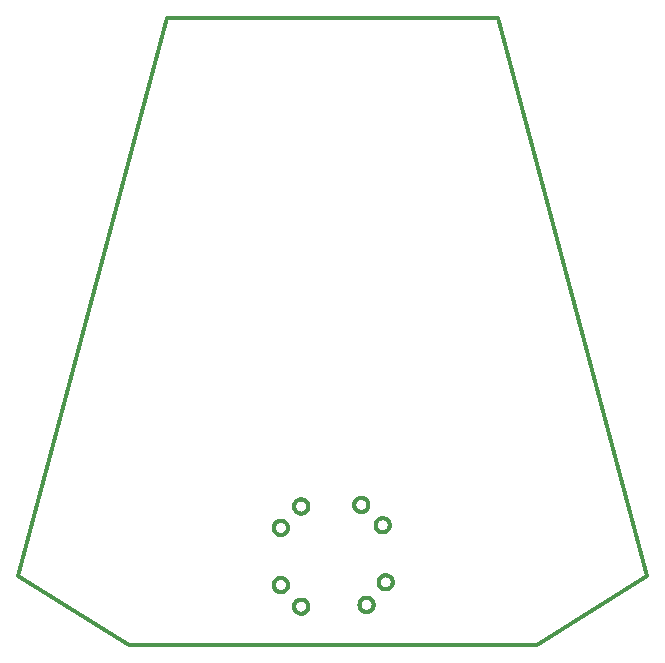
<source format=gbr>
%TF.GenerationSoftware,KiCad,Pcbnew,(6.0.6)*%
%TF.CreationDate,2022-07-10T10:04:06+09:00*%
%TF.ProjectId,nowt_promicro_plate_C,6e6f7774-5f70-4726-9f6d-6963726f5f70,rev?*%
%TF.SameCoordinates,Original*%
%TF.FileFunction,Profile,NP*%
%FSLAX46Y46*%
G04 Gerber Fmt 4.6, Leading zero omitted, Abs format (unit mm)*
G04 Created by KiCad (PCBNEW (6.0.6)) date 2022-07-10 10:04:06*
%MOMM*%
%LPD*%
G01*
G04 APERTURE LIST*
%TA.AperFunction,Profile*%
%ADD10C,0.349999*%
%TD*%
G04 APERTURE END LIST*
D10*
X46110529Y-61985703D02*
X46110529Y-61985703D01*
X46110529Y-61985703D02*
X46110529Y-61985703D01*
X46109748Y-62016579D02*
X46110529Y-61985703D01*
X46107431Y-62047049D02*
X46109748Y-62016579D01*
X46103616Y-62077076D02*
X46107431Y-62047049D01*
X46098339Y-62106623D02*
X46103616Y-62077076D01*
X46091639Y-62135651D02*
X46098339Y-62106623D01*
X46083554Y-62164123D02*
X46091639Y-62135651D01*
X46074121Y-62192002D02*
X46083554Y-62164123D01*
X46063378Y-62219249D02*
X46074121Y-62192002D01*
X46051363Y-62245826D02*
X46063378Y-62219249D01*
X46038113Y-62271697D02*
X46051363Y-62245826D01*
X46023665Y-62296823D02*
X46038113Y-62271697D01*
X46008059Y-62321167D02*
X46023665Y-62296823D01*
X45991331Y-62344691D02*
X46008059Y-62321167D01*
X45973519Y-62367357D02*
X45991331Y-62344691D01*
X45954661Y-62389128D02*
X45973519Y-62367357D01*
X45934794Y-62409965D02*
X45954661Y-62389128D01*
X45913956Y-62429832D02*
X45934794Y-62409965D01*
X45892186Y-62448690D02*
X45913956Y-62429832D01*
X45869520Y-62466502D02*
X45892186Y-62448690D01*
X45845996Y-62483231D02*
X45869520Y-62466502D01*
X45821652Y-62498837D02*
X45845996Y-62483231D01*
X45796526Y-62513285D02*
X45821652Y-62498837D01*
X45770655Y-62526535D02*
X45796526Y-62513285D01*
X45744077Y-62538550D02*
X45770655Y-62526535D01*
X45716831Y-62549294D02*
X45744077Y-62538550D01*
X45688952Y-62558727D02*
X45716831Y-62549294D01*
X45660480Y-62566812D02*
X45688952Y-62558727D01*
X45631451Y-62573512D02*
X45660480Y-62566812D01*
X45601905Y-62578788D02*
X45631451Y-62573512D01*
X45571877Y-62582604D02*
X45601905Y-62578788D01*
X45541406Y-62584921D02*
X45571877Y-62582604D01*
X45510530Y-62585702D02*
X45541406Y-62584921D01*
X45510530Y-62585702D02*
X45510530Y-62585702D01*
X45479654Y-62584921D02*
X45510530Y-62585702D01*
X45449184Y-62582604D02*
X45479654Y-62584921D01*
X45419156Y-62578788D02*
X45449184Y-62582604D01*
X45389609Y-62573512D02*
X45419156Y-62578788D01*
X45360581Y-62566812D02*
X45389609Y-62573512D01*
X45332109Y-62558727D02*
X45360581Y-62566812D01*
X45304230Y-62549294D02*
X45332109Y-62558727D01*
X45276983Y-62538550D02*
X45304230Y-62549294D01*
X45250406Y-62526535D02*
X45276983Y-62538550D01*
X45224535Y-62513285D02*
X45250406Y-62526535D01*
X45199409Y-62498837D02*
X45224535Y-62513285D01*
X45175065Y-62483231D02*
X45199409Y-62498837D01*
X45151541Y-62466502D02*
X45175065Y-62483231D01*
X45128875Y-62448690D02*
X45151541Y-62466502D01*
X45107104Y-62429832D02*
X45128875Y-62448690D01*
X45086267Y-62409965D02*
X45107104Y-62429832D01*
X45066400Y-62389128D02*
X45086267Y-62409965D01*
X45047542Y-62367357D02*
X45066400Y-62389128D01*
X45029730Y-62344691D02*
X45047542Y-62367357D01*
X45013002Y-62321167D02*
X45029730Y-62344691D01*
X44997395Y-62296823D02*
X45013002Y-62321167D01*
X44982948Y-62271697D02*
X44997395Y-62296823D01*
X44969698Y-62245826D02*
X44982948Y-62271697D01*
X44957683Y-62219249D02*
X44969698Y-62245826D01*
X44946940Y-62192002D02*
X44957683Y-62219249D01*
X44937507Y-62164123D02*
X44946940Y-62192002D01*
X44929421Y-62135651D02*
X44937507Y-62164123D01*
X44922722Y-62106623D02*
X44929421Y-62135651D01*
X44917445Y-62077076D02*
X44922722Y-62106623D01*
X44913630Y-62047049D02*
X44917445Y-62077076D01*
X44911313Y-62016579D02*
X44913630Y-62047049D01*
X44910532Y-61985703D02*
X44911313Y-62016579D01*
X44910532Y-61985703D02*
X44910532Y-61985703D01*
X44911313Y-61954828D02*
X44910532Y-61985703D01*
X44913630Y-61924357D02*
X44911313Y-61954828D01*
X44917445Y-61894330D02*
X44913630Y-61924357D01*
X44922722Y-61864783D02*
X44917445Y-61894330D01*
X44929421Y-61835755D02*
X44922722Y-61864783D01*
X44937507Y-61807283D02*
X44929421Y-61835755D01*
X44946940Y-61779405D02*
X44937507Y-61807283D01*
X44957683Y-61752158D02*
X44946940Y-61779405D01*
X44969698Y-61725580D02*
X44957683Y-61752158D01*
X44982948Y-61699709D02*
X44969698Y-61725580D01*
X44997395Y-61674583D02*
X44982948Y-61699709D01*
X45013002Y-61650239D02*
X44997395Y-61674583D01*
X45029730Y-61626716D02*
X45013002Y-61650239D01*
X45047542Y-61604049D02*
X45029730Y-61626716D01*
X45066400Y-61582279D02*
X45047542Y-61604049D01*
X45086267Y-61561441D02*
X45066400Y-61582279D01*
X45107104Y-61541574D02*
X45086267Y-61561441D01*
X45128875Y-61522716D02*
X45107104Y-61541574D01*
X45151541Y-61504904D02*
X45128875Y-61522716D01*
X45175065Y-61488176D02*
X45151541Y-61504904D01*
X45199409Y-61472569D02*
X45175065Y-61488176D01*
X45224535Y-61458122D02*
X45199409Y-61472569D01*
X45250406Y-61444871D02*
X45224535Y-61458122D01*
X45276983Y-61432856D02*
X45250406Y-61444871D01*
X45304230Y-61422113D02*
X45276983Y-61432856D01*
X45332109Y-61412680D02*
X45304230Y-61422113D01*
X45360581Y-61404594D02*
X45332109Y-61412680D01*
X45389609Y-61397895D02*
X45360581Y-61404594D01*
X45419156Y-61392618D02*
X45389609Y-61397895D01*
X45449184Y-61388802D02*
X45419156Y-61392618D01*
X45479654Y-61386485D02*
X45449184Y-61388802D01*
X45510530Y-61385705D02*
X45479654Y-61386485D01*
X45510530Y-61385705D02*
X45510530Y-61385705D01*
X45541406Y-61386485D02*
X45510530Y-61385705D01*
X45571877Y-61388802D02*
X45541406Y-61386485D01*
X45601905Y-61392618D02*
X45571877Y-61388802D01*
X45631451Y-61397895D02*
X45601905Y-61392618D01*
X45660480Y-61404594D02*
X45631451Y-61397895D01*
X45688952Y-61412680D02*
X45660480Y-61404594D01*
X45716831Y-61422113D02*
X45688952Y-61412680D01*
X45744077Y-61432856D02*
X45716831Y-61422113D01*
X45770655Y-61444871D02*
X45744077Y-61432856D01*
X45796526Y-61458122D02*
X45770655Y-61444871D01*
X45821652Y-61472569D02*
X45796526Y-61458122D01*
X45845996Y-61488176D02*
X45821652Y-61472569D01*
X45869520Y-61504904D02*
X45845996Y-61488176D01*
X45892186Y-61522716D02*
X45869520Y-61504904D01*
X45913956Y-61541574D02*
X45892186Y-61522716D01*
X45934794Y-61561441D02*
X45913956Y-61541574D01*
X45954661Y-61582279D02*
X45934794Y-61561441D01*
X45973519Y-61604049D02*
X45954661Y-61582279D01*
X45991331Y-61626716D02*
X45973519Y-61604049D01*
X46008059Y-61650239D02*
X45991331Y-61626716D01*
X46023665Y-61674583D02*
X46008059Y-61650239D01*
X46038113Y-61699709D02*
X46023665Y-61674583D01*
X46051363Y-61725580D02*
X46038113Y-61699709D01*
X46063378Y-61752158D02*
X46051363Y-61725580D01*
X46074121Y-61779405D02*
X46063378Y-61752158D01*
X46083554Y-61807283D02*
X46074121Y-61779405D01*
X46091639Y-61835755D02*
X46083554Y-61807283D01*
X46098339Y-61864783D02*
X46091639Y-61835755D01*
X46103616Y-61894330D02*
X46098339Y-61864783D01*
X46107431Y-61924357D02*
X46103616Y-61894330D01*
X46109748Y-61954828D02*
X46107431Y-61924357D01*
X46110529Y-61985703D02*
X46109748Y-61954828D01*
X44042898Y-55428986D02*
X44042898Y-55428986D01*
X44042898Y-55428986D02*
X44042898Y-55428986D01*
X44042117Y-55459862D02*
X44042898Y-55428986D01*
X44039800Y-55490332D02*
X44042117Y-55459862D01*
X44035985Y-55520359D02*
X44039800Y-55490332D01*
X44030708Y-55549906D02*
X44035985Y-55520359D01*
X44024009Y-55578934D02*
X44030708Y-55549906D01*
X44015923Y-55607406D02*
X44024009Y-55578934D01*
X44006491Y-55635285D02*
X44015923Y-55607406D01*
X43995747Y-55662532D02*
X44006491Y-55635285D01*
X43983732Y-55689109D02*
X43995747Y-55662532D01*
X43970482Y-55714980D02*
X43983732Y-55689109D01*
X43956035Y-55740106D02*
X43970482Y-55714980D01*
X43940428Y-55764450D02*
X43956035Y-55740106D01*
X43923700Y-55787974D02*
X43940428Y-55764450D01*
X43905888Y-55810640D02*
X43923700Y-55787974D01*
X43887030Y-55832411D02*
X43905888Y-55810640D01*
X43867163Y-55853248D02*
X43887030Y-55832411D01*
X43846326Y-55873115D02*
X43867163Y-55853248D01*
X43824555Y-55891973D02*
X43846326Y-55873115D01*
X43801889Y-55909786D02*
X43824555Y-55891973D01*
X43778365Y-55926514D02*
X43801889Y-55909786D01*
X43754021Y-55942120D02*
X43778365Y-55926514D01*
X43728895Y-55956568D02*
X43754021Y-55942120D01*
X43703024Y-55969818D02*
X43728895Y-55956568D01*
X43676447Y-55981833D02*
X43703024Y-55969818D01*
X43649200Y-55992577D02*
X43676447Y-55981833D01*
X43621321Y-56002010D02*
X43649200Y-55992577D01*
X43592849Y-56010095D02*
X43621321Y-56002010D01*
X43563821Y-56016795D02*
X43592849Y-56010095D01*
X43534274Y-56022071D02*
X43563821Y-56016795D01*
X43504246Y-56025887D02*
X43534274Y-56022071D01*
X43473776Y-56028204D02*
X43504246Y-56025887D01*
X43442900Y-56028985D02*
X43473776Y-56028204D01*
X43442900Y-56028985D02*
X43442900Y-56028985D01*
X43412024Y-56028204D02*
X43442900Y-56028985D01*
X43381553Y-56025887D02*
X43412024Y-56028204D01*
X43351525Y-56022071D02*
X43381553Y-56025887D01*
X43321979Y-56016795D02*
X43351525Y-56022071D01*
X43292950Y-56010095D02*
X43321979Y-56016795D01*
X43264478Y-56002010D02*
X43292950Y-56010095D01*
X43236599Y-55992577D02*
X43264478Y-56002010D01*
X43209352Y-55981833D02*
X43236599Y-55992577D01*
X43182775Y-55969818D02*
X43209352Y-55981833D01*
X43156904Y-55956568D02*
X43182775Y-55969818D01*
X43131778Y-55942120D02*
X43156904Y-55956568D01*
X43107434Y-55926514D02*
X43131778Y-55942120D01*
X43083910Y-55909786D02*
X43107434Y-55926514D01*
X43061244Y-55891973D02*
X43083910Y-55909786D01*
X43039473Y-55873115D02*
X43061244Y-55891973D01*
X43018635Y-55853248D02*
X43039473Y-55873115D01*
X42998768Y-55832411D02*
X43018635Y-55853248D01*
X42979910Y-55810640D02*
X42998768Y-55832411D01*
X42962098Y-55787974D02*
X42979910Y-55810640D01*
X42945370Y-55764450D02*
X42962098Y-55787974D01*
X42929763Y-55740106D02*
X42945370Y-55764450D01*
X42915316Y-55714980D02*
X42929763Y-55740106D01*
X42902066Y-55689109D02*
X42915316Y-55714980D01*
X42890050Y-55662532D02*
X42902066Y-55689109D01*
X42879307Y-55635285D02*
X42890050Y-55662532D01*
X42869874Y-55607406D02*
X42879307Y-55635285D01*
X42861789Y-55578934D02*
X42869874Y-55607406D01*
X42855089Y-55549906D02*
X42861789Y-55578934D01*
X42849813Y-55520359D02*
X42855089Y-55549906D01*
X42845997Y-55490332D02*
X42849813Y-55520359D01*
X42843680Y-55459862D02*
X42845997Y-55490332D01*
X42842899Y-55428986D02*
X42843680Y-55459862D01*
X42842899Y-55428986D02*
X42842899Y-55428986D01*
X42843680Y-55398111D02*
X42842899Y-55428986D01*
X42845997Y-55367640D02*
X42843680Y-55398111D01*
X42849813Y-55337613D02*
X42845997Y-55367640D01*
X42855089Y-55308066D02*
X42849813Y-55337613D01*
X42861789Y-55279038D02*
X42855089Y-55308066D01*
X42869874Y-55250566D02*
X42861789Y-55279038D01*
X42879307Y-55222688D02*
X42869874Y-55250566D01*
X42890050Y-55195441D02*
X42879307Y-55222688D01*
X42902066Y-55168863D02*
X42890050Y-55195441D01*
X42915316Y-55142992D02*
X42902066Y-55168863D01*
X42929763Y-55117866D02*
X42915316Y-55142992D01*
X42945370Y-55093522D02*
X42929763Y-55117866D01*
X42962098Y-55069999D02*
X42945370Y-55093522D01*
X42979910Y-55047333D02*
X42962098Y-55069999D01*
X42998768Y-55025562D02*
X42979910Y-55047333D01*
X43018635Y-55004724D02*
X42998768Y-55025562D01*
X43039473Y-54984857D02*
X43018635Y-55004724D01*
X43061244Y-54965999D02*
X43039473Y-54984857D01*
X43083910Y-54948187D02*
X43061244Y-54965999D01*
X43107434Y-54931459D02*
X43083910Y-54948187D01*
X43131778Y-54915852D02*
X43107434Y-54931459D01*
X43156904Y-54901405D02*
X43131778Y-54915852D01*
X43182775Y-54888155D02*
X43156904Y-54901405D01*
X43209352Y-54876139D02*
X43182775Y-54888155D01*
X43236599Y-54865396D02*
X43209352Y-54876139D01*
X43264478Y-54855963D02*
X43236599Y-54865396D01*
X43292950Y-54847877D02*
X43264478Y-54855963D01*
X43321979Y-54841178D02*
X43292950Y-54847877D01*
X43351525Y-54835901D02*
X43321979Y-54841178D01*
X43381553Y-54832085D02*
X43351525Y-54835901D01*
X43412024Y-54829768D02*
X43381553Y-54832085D01*
X43442900Y-54828988D02*
X43412024Y-54829768D01*
X43442900Y-54828988D02*
X43442900Y-54828988D01*
X43473776Y-54829768D02*
X43442900Y-54828988D01*
X43504246Y-54832085D02*
X43473776Y-54829768D01*
X43534274Y-54835901D02*
X43504246Y-54832085D01*
X43563821Y-54841178D02*
X43534274Y-54835901D01*
X43592849Y-54847877D02*
X43563821Y-54841178D01*
X43621321Y-54855963D02*
X43592849Y-54847877D01*
X43649200Y-54865396D02*
X43621321Y-54855963D01*
X43676447Y-54876139D02*
X43649200Y-54865396D01*
X43703024Y-54888155D02*
X43676447Y-54876139D01*
X43728895Y-54901405D02*
X43703024Y-54888155D01*
X43754021Y-54915852D02*
X43728895Y-54901405D01*
X43778365Y-54931459D02*
X43754021Y-54915852D01*
X43801889Y-54948187D02*
X43778365Y-54931459D01*
X43824555Y-54965999D02*
X43801889Y-54948187D01*
X43846326Y-54984857D02*
X43824555Y-54965999D01*
X43867163Y-55004724D02*
X43846326Y-54984857D01*
X43887030Y-55025562D02*
X43867163Y-55004724D01*
X43905888Y-55047333D02*
X43887030Y-55025562D01*
X43923700Y-55069999D02*
X43905888Y-55047333D01*
X43940428Y-55093522D02*
X43923700Y-55069999D01*
X43956035Y-55117866D02*
X43940428Y-55093522D01*
X43970482Y-55142992D02*
X43956035Y-55117866D01*
X43983732Y-55168863D02*
X43970482Y-55142992D01*
X43995747Y-55195441D02*
X43983732Y-55168863D01*
X44006491Y-55222688D02*
X43995747Y-55195441D01*
X44015923Y-55250566D02*
X44006491Y-55222688D01*
X44024009Y-55279038D02*
X44015923Y-55250566D01*
X44030708Y-55308066D02*
X44024009Y-55279038D01*
X44035985Y-55337613D02*
X44030708Y-55308066D01*
X44039800Y-55367640D02*
X44035985Y-55337613D01*
X44042117Y-55398111D02*
X44039800Y-55367640D01*
X44042898Y-55428986D02*
X44042117Y-55398111D01*
X44489979Y-63889329D02*
X44489979Y-63889329D01*
X44489979Y-63889329D02*
X44489979Y-63889329D01*
X44489198Y-63920204D02*
X44489979Y-63889329D01*
X44486881Y-63950675D02*
X44489198Y-63920204D01*
X44483065Y-63980702D02*
X44486881Y-63950675D01*
X44477789Y-64010249D02*
X44483065Y-63980702D01*
X44471089Y-64039277D02*
X44477789Y-64010249D01*
X44463004Y-64067749D02*
X44471089Y-64039277D01*
X44453571Y-64095627D02*
X44463004Y-64067749D01*
X44442828Y-64122874D02*
X44453571Y-64095627D01*
X44430812Y-64149452D02*
X44442828Y-64122874D01*
X44417562Y-64175322D02*
X44430812Y-64149452D01*
X44403115Y-64200449D02*
X44417562Y-64175322D01*
X44387508Y-64224792D02*
X44403115Y-64200449D01*
X44370780Y-64248316D02*
X44387508Y-64224792D01*
X44352968Y-64270982D02*
X44370780Y-64248316D01*
X44334110Y-64292753D02*
X44352968Y-64270982D01*
X44314243Y-64313591D02*
X44334110Y-64292753D01*
X44293405Y-64333457D02*
X44314243Y-64313591D01*
X44271634Y-64352316D02*
X44293405Y-64333457D01*
X44248968Y-64370128D02*
X44271634Y-64352316D01*
X44225444Y-64386856D02*
X44248968Y-64370128D01*
X44201100Y-64402463D02*
X44225444Y-64386856D01*
X44175974Y-64416910D02*
X44201100Y-64402463D01*
X44150103Y-64430160D02*
X44175974Y-64416910D01*
X44123526Y-64442176D02*
X44150103Y-64430160D01*
X44096279Y-64452919D02*
X44123526Y-64442176D01*
X44068400Y-64462352D02*
X44096279Y-64452919D01*
X44039928Y-64470437D02*
X44068400Y-64462352D01*
X44010899Y-64477137D02*
X44039928Y-64470437D01*
X43981353Y-64482414D02*
X44010899Y-64477137D01*
X43951325Y-64486229D02*
X43981353Y-64482414D01*
X43920854Y-64488546D02*
X43951325Y-64486229D01*
X43889978Y-64489327D02*
X43920854Y-64488546D01*
X43889978Y-64489327D02*
X43889978Y-64489327D01*
X43859102Y-64488546D02*
X43889978Y-64489327D01*
X43828632Y-64486229D02*
X43859102Y-64488546D01*
X43798604Y-64482414D02*
X43828632Y-64486229D01*
X43769057Y-64477137D02*
X43798604Y-64482414D01*
X43740029Y-64470437D02*
X43769057Y-64477137D01*
X43711557Y-64462352D02*
X43740029Y-64470437D01*
X43683678Y-64452919D02*
X43711557Y-64462352D01*
X43656431Y-64442176D02*
X43683678Y-64452919D01*
X43629853Y-64430160D02*
X43656431Y-64442176D01*
X43603982Y-64416910D02*
X43629853Y-64430160D01*
X43578856Y-64402463D02*
X43603982Y-64416910D01*
X43554512Y-64386856D02*
X43578856Y-64402463D01*
X43530988Y-64370128D02*
X43554512Y-64386856D01*
X43508322Y-64352316D02*
X43530988Y-64370128D01*
X43486552Y-64333457D02*
X43508322Y-64352316D01*
X43465714Y-64313591D02*
X43486552Y-64333457D01*
X43445847Y-64292753D02*
X43465714Y-64313591D01*
X43426989Y-64270982D02*
X43445847Y-64292753D01*
X43409177Y-64248316D02*
X43426989Y-64270982D01*
X43392449Y-64224792D02*
X43409177Y-64248316D01*
X43376842Y-64200449D02*
X43392449Y-64224792D01*
X43362395Y-64175322D02*
X43376842Y-64200449D01*
X43349144Y-64149452D02*
X43362395Y-64175322D01*
X43337129Y-64122874D02*
X43349144Y-64149452D01*
X43326386Y-64095627D02*
X43337129Y-64122874D01*
X43316953Y-64067749D02*
X43326386Y-64095627D01*
X43308868Y-64039277D02*
X43316953Y-64067749D01*
X43302168Y-64010249D02*
X43308868Y-64039277D01*
X43296891Y-63980702D02*
X43302168Y-64010249D01*
X43293076Y-63950675D02*
X43296891Y-63980702D01*
X43290759Y-63920204D02*
X43293076Y-63950675D01*
X43289978Y-63889329D02*
X43290759Y-63920204D01*
X43289978Y-63889329D02*
X43289978Y-63889329D01*
X43290759Y-63858453D02*
X43289978Y-63889329D01*
X43293076Y-63827983D02*
X43290759Y-63858453D01*
X43296891Y-63797955D02*
X43293076Y-63827983D01*
X43302168Y-63768409D02*
X43296891Y-63797955D01*
X43308868Y-63739380D02*
X43302168Y-63768409D01*
X43316953Y-63710908D02*
X43308868Y-63739380D01*
X43326386Y-63683030D02*
X43316953Y-63710908D01*
X43337129Y-63655783D02*
X43326386Y-63683030D01*
X43349144Y-63629206D02*
X43337129Y-63655783D01*
X43362395Y-63603335D02*
X43349144Y-63629206D01*
X43376842Y-63578209D02*
X43362395Y-63603335D01*
X43392449Y-63553865D02*
X43376842Y-63578209D01*
X43409177Y-63530341D02*
X43392449Y-63553865D01*
X43426989Y-63507675D02*
X43409177Y-63530341D01*
X43445847Y-63485904D02*
X43426989Y-63507675D01*
X43465714Y-63465067D02*
X43445847Y-63485904D01*
X43486552Y-63445200D02*
X43465714Y-63465067D01*
X43508322Y-63426341D02*
X43486552Y-63445200D01*
X43530988Y-63408529D02*
X43508322Y-63426341D01*
X43554512Y-63391801D02*
X43530988Y-63408529D01*
X43578856Y-63376195D02*
X43554512Y-63391801D01*
X43603982Y-63361747D02*
X43578856Y-63376195D01*
X43629853Y-63348497D02*
X43603982Y-63361747D01*
X43656431Y-63336481D02*
X43629853Y-63348497D01*
X43683678Y-63325738D02*
X43656431Y-63336481D01*
X43711557Y-63316305D02*
X43683678Y-63325738D01*
X43740029Y-63308220D02*
X43711557Y-63316305D01*
X43769057Y-63301520D02*
X43740029Y-63308220D01*
X43798604Y-63296244D02*
X43769057Y-63301520D01*
X43828632Y-63292428D02*
X43798604Y-63296244D01*
X43859102Y-63290111D02*
X43828632Y-63292428D01*
X43889978Y-63289330D02*
X43859102Y-63290111D01*
X43889978Y-63289330D02*
X43889978Y-63289330D01*
X43920854Y-63290111D02*
X43889978Y-63289330D01*
X43951325Y-63292428D02*
X43920854Y-63290111D01*
X43981353Y-63296244D02*
X43951325Y-63292428D01*
X44010899Y-63301520D02*
X43981353Y-63296244D01*
X44039928Y-63308220D02*
X44010899Y-63301520D01*
X44068400Y-63316305D02*
X44039928Y-63308220D01*
X44096279Y-63325738D02*
X44068400Y-63316305D01*
X44123526Y-63336481D02*
X44096279Y-63325738D01*
X44150103Y-63348497D02*
X44123526Y-63336481D01*
X44175974Y-63361747D02*
X44150103Y-63348497D01*
X44201100Y-63376195D02*
X44175974Y-63361747D01*
X44225444Y-63391801D02*
X44201100Y-63376195D01*
X44248968Y-63408529D02*
X44225444Y-63391801D01*
X44271634Y-63426341D02*
X44248968Y-63408529D01*
X44293405Y-63445200D02*
X44271634Y-63426341D01*
X44314243Y-63465067D02*
X44293405Y-63445200D01*
X44334110Y-63485904D02*
X44314243Y-63465067D01*
X44352968Y-63507675D02*
X44334110Y-63485904D01*
X44370780Y-63530341D02*
X44352968Y-63507675D01*
X44387508Y-63553865D02*
X44370780Y-63530341D01*
X44403115Y-63578209D02*
X44387508Y-63553865D01*
X44417562Y-63603335D02*
X44403115Y-63578209D01*
X44430812Y-63629206D02*
X44417562Y-63603335D01*
X44442828Y-63655783D02*
X44430812Y-63629206D01*
X44453571Y-63683030D02*
X44442828Y-63655783D01*
X44463004Y-63710908D02*
X44453571Y-63683030D01*
X44471089Y-63739380D02*
X44463004Y-63710908D01*
X44477789Y-63768409D02*
X44471089Y-63739380D01*
X44483065Y-63797955D02*
X44477789Y-63768409D01*
X44486881Y-63827983D02*
X44483065Y-63797955D01*
X44489198Y-63858453D02*
X44486881Y-63827983D01*
X44489979Y-63889329D02*
X44489198Y-63858453D01*
X45855059Y-57151215D02*
X45855059Y-57151215D01*
X45855059Y-57151215D02*
X45855059Y-57151215D01*
X45854278Y-57182091D02*
X45855059Y-57151215D01*
X45851961Y-57212561D02*
X45854278Y-57182091D01*
X45848145Y-57242588D02*
X45851961Y-57212561D01*
X45842869Y-57272135D02*
X45848145Y-57242588D01*
X45836169Y-57301163D02*
X45842869Y-57272135D01*
X45828084Y-57329635D02*
X45836169Y-57301163D01*
X45818651Y-57357514D02*
X45828084Y-57329635D01*
X45807907Y-57384761D02*
X45818651Y-57357514D01*
X45795892Y-57411338D02*
X45807907Y-57384761D01*
X45782641Y-57437209D02*
X45795892Y-57411338D01*
X45768194Y-57462335D02*
X45782641Y-57437209D01*
X45752587Y-57486679D02*
X45768194Y-57462335D01*
X45735859Y-57510203D02*
X45752587Y-57486679D01*
X45718047Y-57532869D02*
X45735859Y-57510203D01*
X45699189Y-57554640D02*
X45718047Y-57532869D01*
X45679322Y-57575477D02*
X45699189Y-57554640D01*
X45658484Y-57595344D02*
X45679322Y-57575477D01*
X45636713Y-57614202D02*
X45658484Y-57595344D01*
X45614047Y-57632015D02*
X45636713Y-57614202D01*
X45590523Y-57648743D02*
X45614047Y-57632015D01*
X45566179Y-57664349D02*
X45590523Y-57648743D01*
X45541053Y-57678797D02*
X45566179Y-57664349D01*
X45515182Y-57692047D02*
X45541053Y-57678797D01*
X45488604Y-57704062D02*
X45515182Y-57692047D01*
X45461357Y-57714806D02*
X45488604Y-57704062D01*
X45433478Y-57724239D02*
X45461357Y-57714806D01*
X45405006Y-57732324D02*
X45433478Y-57724239D01*
X45375977Y-57739024D02*
X45405006Y-57732324D01*
X45346431Y-57744300D02*
X45375977Y-57739024D01*
X45316403Y-57748116D02*
X45346431Y-57744300D01*
X45285932Y-57750433D02*
X45316403Y-57748116D01*
X45255056Y-57751214D02*
X45285932Y-57750433D01*
X45255056Y-57751214D02*
X45255056Y-57751214D01*
X45224181Y-57750433D02*
X45255056Y-57751214D01*
X45193710Y-57748116D02*
X45224181Y-57750433D01*
X45163683Y-57744300D02*
X45193710Y-57748116D01*
X45134136Y-57739024D02*
X45163683Y-57744300D01*
X45105108Y-57732324D02*
X45134136Y-57739024D01*
X45076635Y-57724239D02*
X45105108Y-57732324D01*
X45048757Y-57714806D02*
X45076635Y-57724239D01*
X45021510Y-57704062D02*
X45048757Y-57714806D01*
X44994932Y-57692047D02*
X45021510Y-57704062D01*
X44969062Y-57678797D02*
X44994932Y-57692047D01*
X44943936Y-57664349D02*
X44969062Y-57678797D01*
X44919592Y-57648743D02*
X44943936Y-57664349D01*
X44896068Y-57632015D02*
X44919592Y-57648743D01*
X44873402Y-57614202D02*
X44896068Y-57632015D01*
X44851631Y-57595344D02*
X44873402Y-57614202D01*
X44830794Y-57575477D02*
X44851631Y-57595344D01*
X44810927Y-57554640D02*
X44830794Y-57575477D01*
X44792069Y-57532869D02*
X44810927Y-57554640D01*
X44774256Y-57510203D02*
X44792069Y-57532869D01*
X44757528Y-57486679D02*
X44774256Y-57510203D01*
X44741922Y-57462335D02*
X44757528Y-57486679D01*
X44727475Y-57437209D02*
X44741922Y-57462335D01*
X44714224Y-57411338D02*
X44727475Y-57437209D01*
X44702209Y-57384761D02*
X44714224Y-57411338D01*
X44691466Y-57357514D02*
X44702209Y-57384761D01*
X44682033Y-57329635D02*
X44691466Y-57357514D01*
X44673947Y-57301163D02*
X44682033Y-57329635D01*
X44667248Y-57272135D02*
X44673947Y-57301163D01*
X44661971Y-57242588D02*
X44667248Y-57272135D01*
X44658156Y-57212561D02*
X44661971Y-57242588D01*
X44655839Y-57182091D02*
X44658156Y-57212561D01*
X44655058Y-57151215D02*
X44655839Y-57182091D01*
X44655058Y-57151215D02*
X44655058Y-57151215D01*
X44655839Y-57120340D02*
X44655058Y-57151215D01*
X44658156Y-57089869D02*
X44655839Y-57120340D01*
X44661971Y-57059842D02*
X44658156Y-57089869D01*
X44667248Y-57030295D02*
X44661971Y-57059842D01*
X44673947Y-57001267D02*
X44667248Y-57030295D01*
X44682033Y-56972795D02*
X44673947Y-57001267D01*
X44691466Y-56944917D02*
X44682033Y-56972795D01*
X44702209Y-56917670D02*
X44691466Y-56944917D01*
X44714224Y-56891092D02*
X44702209Y-56917670D01*
X44727475Y-56865221D02*
X44714224Y-56891092D01*
X44741922Y-56840095D02*
X44727475Y-56865221D01*
X44757528Y-56815751D02*
X44741922Y-56840095D01*
X44774256Y-56792228D02*
X44757528Y-56815751D01*
X44792069Y-56769562D02*
X44774256Y-56792228D01*
X44810927Y-56747791D02*
X44792069Y-56769562D01*
X44830794Y-56726953D02*
X44810927Y-56747791D01*
X44851631Y-56707086D02*
X44830794Y-56726953D01*
X44873402Y-56688228D02*
X44851631Y-56707086D01*
X44896068Y-56670416D02*
X44873402Y-56688228D01*
X44919592Y-56653688D02*
X44896068Y-56670416D01*
X44943936Y-56638081D02*
X44919592Y-56653688D01*
X44969062Y-56623634D02*
X44943936Y-56638081D01*
X44994932Y-56610384D02*
X44969062Y-56623634D01*
X45021510Y-56598368D02*
X44994932Y-56610384D01*
X45048757Y-56587625D02*
X45021510Y-56598368D01*
X45076635Y-56578192D02*
X45048757Y-56587625D01*
X45105108Y-56570106D02*
X45076635Y-56578192D01*
X45134136Y-56563407D02*
X45105108Y-56570106D01*
X45163683Y-56558130D02*
X45134136Y-56563407D01*
X45193710Y-56554315D02*
X45163683Y-56558130D01*
X45224181Y-56551997D02*
X45193710Y-56554315D01*
X45255056Y-56551217D02*
X45224181Y-56551997D01*
X45255056Y-56551217D02*
X45255056Y-56551217D01*
X45285932Y-56551997D02*
X45255056Y-56551217D01*
X45316403Y-56554315D02*
X45285932Y-56551997D01*
X45346431Y-56558130D02*
X45316403Y-56554315D01*
X45375977Y-56563407D02*
X45346431Y-56558130D01*
X45405006Y-56570106D02*
X45375977Y-56563407D01*
X45433478Y-56578192D02*
X45405006Y-56570106D01*
X45461357Y-56587625D02*
X45433478Y-56578192D01*
X45488604Y-56598368D02*
X45461357Y-56587625D01*
X45515182Y-56610384D02*
X45488604Y-56598368D01*
X45541053Y-56623634D02*
X45515182Y-56610384D01*
X45566179Y-56638081D02*
X45541053Y-56623634D01*
X45590523Y-56653688D02*
X45566179Y-56638081D01*
X45614047Y-56670416D02*
X45590523Y-56653688D01*
X45636713Y-56688228D02*
X45614047Y-56670416D01*
X45658484Y-56707086D02*
X45636713Y-56688228D01*
X45679322Y-56726953D02*
X45658484Y-56707086D01*
X45699189Y-56747791D02*
X45679322Y-56726953D01*
X45718047Y-56769562D02*
X45699189Y-56747791D01*
X45735859Y-56792228D02*
X45718047Y-56769562D01*
X45752587Y-56815751D02*
X45735859Y-56792228D01*
X45768194Y-56840095D02*
X45752587Y-56815751D01*
X45782641Y-56865221D02*
X45768194Y-56840095D01*
X45795892Y-56891092D02*
X45782641Y-56865221D01*
X45807907Y-56917670D02*
X45795892Y-56891092D01*
X45818651Y-56944917D02*
X45807907Y-56917670D01*
X45828084Y-56972795D02*
X45818651Y-56944917D01*
X45836169Y-57001267D02*
X45828084Y-56972795D01*
X45842869Y-57030295D02*
X45836169Y-57001267D01*
X45848145Y-57059842D02*
X45842869Y-57030295D01*
X45851961Y-57089869D02*
X45848145Y-57059842D01*
X45854278Y-57120340D02*
X45851961Y-57089869D01*
X45855059Y-57151215D02*
X45854278Y-57120340D01*
X38957640Y-64035409D02*
X38957640Y-64035409D01*
X38957640Y-64035409D02*
X38957640Y-64035409D01*
X38956859Y-64066284D02*
X38957640Y-64035409D01*
X38954542Y-64096755D02*
X38956859Y-64066284D01*
X38950726Y-64126782D02*
X38954542Y-64096755D01*
X38945450Y-64156329D02*
X38950726Y-64126782D01*
X38938750Y-64185357D02*
X38945450Y-64156329D01*
X38930665Y-64213829D02*
X38938750Y-64185357D01*
X38921232Y-64241707D02*
X38930665Y-64213829D01*
X38910489Y-64268954D02*
X38921232Y-64241707D01*
X38898473Y-64295532D02*
X38910489Y-64268954D01*
X38885223Y-64321402D02*
X38898473Y-64295532D01*
X38870776Y-64346529D02*
X38885223Y-64321402D01*
X38855169Y-64370872D02*
X38870776Y-64346529D01*
X38838441Y-64394396D02*
X38855169Y-64370872D01*
X38820629Y-64417062D02*
X38838441Y-64394396D01*
X38801771Y-64438833D02*
X38820629Y-64417062D01*
X38781904Y-64459671D02*
X38801771Y-64438833D01*
X38761066Y-64479538D02*
X38781904Y-64459671D01*
X38739295Y-64498396D02*
X38761066Y-64479538D01*
X38716629Y-64516208D02*
X38739295Y-64498396D01*
X38693105Y-64532936D02*
X38716629Y-64516208D01*
X38668761Y-64548543D02*
X38693105Y-64532936D01*
X38643635Y-64562990D02*
X38668761Y-64548543D01*
X38617764Y-64576240D02*
X38643635Y-64562990D01*
X38591187Y-64588256D02*
X38617764Y-64576240D01*
X38563940Y-64598999D02*
X38591187Y-64588256D01*
X38536061Y-64608432D02*
X38563940Y-64598999D01*
X38507589Y-64616517D02*
X38536061Y-64608432D01*
X38478560Y-64623217D02*
X38507589Y-64616517D01*
X38449013Y-64628494D02*
X38478560Y-64623217D01*
X38418986Y-64632309D02*
X38449013Y-64628494D01*
X38388515Y-64634626D02*
X38418986Y-64632309D01*
X38357639Y-64635407D02*
X38388515Y-64634626D01*
X38357639Y-64635407D02*
X38357639Y-64635407D01*
X38326763Y-64634626D02*
X38357639Y-64635407D01*
X38296293Y-64632309D02*
X38326763Y-64634626D01*
X38266266Y-64628494D02*
X38296293Y-64632309D01*
X38236719Y-64623217D02*
X38266266Y-64628494D01*
X38207690Y-64616517D02*
X38236719Y-64623217D01*
X38179218Y-64608432D02*
X38207690Y-64616517D01*
X38151340Y-64598999D02*
X38179218Y-64608432D01*
X38124093Y-64588256D02*
X38151340Y-64598999D01*
X38097515Y-64576240D02*
X38124093Y-64588256D01*
X38071644Y-64562990D02*
X38097515Y-64576240D01*
X38046518Y-64548543D02*
X38071644Y-64562990D01*
X38022174Y-64532936D02*
X38046518Y-64548543D01*
X37998650Y-64516208D02*
X38022174Y-64532936D01*
X37975984Y-64498396D02*
X37998650Y-64516208D01*
X37954213Y-64479538D02*
X37975984Y-64498396D01*
X37933376Y-64459671D02*
X37954213Y-64479538D01*
X37913509Y-64438833D02*
X37933376Y-64459671D01*
X37894650Y-64417062D02*
X37913509Y-64438833D01*
X37876838Y-64394396D02*
X37894650Y-64417062D01*
X37860110Y-64370872D02*
X37876838Y-64394396D01*
X37844503Y-64346529D02*
X37860110Y-64370872D01*
X37830056Y-64321402D02*
X37844503Y-64346529D01*
X37816806Y-64295532D02*
X37830056Y-64321402D01*
X37804790Y-64268954D02*
X37816806Y-64295532D01*
X37794047Y-64241707D02*
X37804790Y-64268954D01*
X37784614Y-64213829D02*
X37794047Y-64241707D01*
X37776529Y-64185357D02*
X37784614Y-64213829D01*
X37769829Y-64156329D02*
X37776529Y-64185357D01*
X37764552Y-64126782D02*
X37769829Y-64156329D01*
X37760737Y-64096755D02*
X37764552Y-64126782D01*
X37758420Y-64066284D02*
X37760737Y-64096755D01*
X37757639Y-64035409D02*
X37758420Y-64066284D01*
X37757639Y-64035409D02*
X37757639Y-64035409D01*
X37758420Y-64004533D02*
X37757639Y-64035409D01*
X37760737Y-63974063D02*
X37758420Y-64004533D01*
X37764552Y-63944035D02*
X37760737Y-63974063D01*
X37769829Y-63914489D02*
X37764552Y-63944035D01*
X37776529Y-63885461D02*
X37769829Y-63914489D01*
X37784614Y-63856988D02*
X37776529Y-63885461D01*
X37794047Y-63829110D02*
X37784614Y-63856988D01*
X37804790Y-63801863D02*
X37794047Y-63829110D01*
X37816806Y-63775286D02*
X37804790Y-63801863D01*
X37830056Y-63749415D02*
X37816806Y-63775286D01*
X37844503Y-63724289D02*
X37830056Y-63749415D01*
X37860110Y-63699945D02*
X37844503Y-63724289D01*
X37876838Y-63676421D02*
X37860110Y-63699945D01*
X37894650Y-63653755D02*
X37876838Y-63676421D01*
X37913509Y-63631984D02*
X37894650Y-63653755D01*
X37933376Y-63611147D02*
X37913509Y-63631984D01*
X37954213Y-63591280D02*
X37933376Y-63611147D01*
X37975984Y-63572421D02*
X37954213Y-63591280D01*
X37998650Y-63554609D02*
X37975984Y-63572421D01*
X38022174Y-63537881D02*
X37998650Y-63554609D01*
X38046518Y-63522275D02*
X38022174Y-63537881D01*
X38071644Y-63507827D02*
X38046518Y-63522275D01*
X38097515Y-63494577D02*
X38071644Y-63507827D01*
X38124093Y-63482561D02*
X38097515Y-63494577D01*
X38151340Y-63471818D02*
X38124093Y-63482561D01*
X38179218Y-63462385D02*
X38151340Y-63471818D01*
X38207690Y-63454300D02*
X38179218Y-63462385D01*
X38236719Y-63447600D02*
X38207690Y-63454300D01*
X38266266Y-63442324D02*
X38236719Y-63447600D01*
X38296293Y-63438508D02*
X38266266Y-63442324D01*
X38326763Y-63436191D02*
X38296293Y-63438508D01*
X38357639Y-63435410D02*
X38326763Y-63436191D01*
X38357639Y-63435410D02*
X38357639Y-63435410D01*
X38388515Y-63436191D02*
X38357639Y-63435410D01*
X38418986Y-63438508D02*
X38388515Y-63436191D01*
X38449013Y-63442324D02*
X38418986Y-63438508D01*
X38478560Y-63447600D02*
X38449013Y-63442324D01*
X38507589Y-63454300D02*
X38478560Y-63447600D01*
X38536061Y-63462385D02*
X38507589Y-63454300D01*
X38563940Y-63471818D02*
X38536061Y-63462385D01*
X38591187Y-63482561D02*
X38563940Y-63471818D01*
X38617764Y-63494577D02*
X38591187Y-63482561D01*
X38643635Y-63507827D02*
X38617764Y-63494577D01*
X38668761Y-63522275D02*
X38643635Y-63507827D01*
X38693105Y-63537881D02*
X38668761Y-63522275D01*
X38716629Y-63554609D02*
X38693105Y-63537881D01*
X38739295Y-63572421D02*
X38716629Y-63554609D01*
X38761066Y-63591280D02*
X38739295Y-63572421D01*
X38781904Y-63611147D02*
X38761066Y-63591280D01*
X38801771Y-63631984D02*
X38781904Y-63611147D01*
X38820629Y-63653755D02*
X38801771Y-63631984D01*
X38838441Y-63676421D02*
X38820629Y-63653755D01*
X38855169Y-63699945D02*
X38838441Y-63676421D01*
X38870776Y-63724289D02*
X38855169Y-63699945D01*
X38885223Y-63749415D02*
X38870776Y-63724289D01*
X38898473Y-63775286D02*
X38885223Y-63749415D01*
X38910489Y-63801863D02*
X38898473Y-63775286D01*
X38921232Y-63829110D02*
X38910489Y-63801863D01*
X38930665Y-63856988D02*
X38921232Y-63829110D01*
X38938750Y-63885461D02*
X38930665Y-63856988D01*
X38945450Y-63914489D02*
X38938750Y-63885461D01*
X38950726Y-63944035D02*
X38945450Y-63914489D01*
X38954542Y-63974063D02*
X38950726Y-63944035D01*
X38956859Y-64004533D02*
X38954542Y-63974063D01*
X38957640Y-64035409D02*
X38956859Y-64004533D01*
X37238890Y-62219948D02*
X37238890Y-62219948D01*
X37238890Y-62219948D02*
X37238890Y-62219948D01*
X37238109Y-62250824D02*
X37238890Y-62219948D01*
X37235792Y-62281294D02*
X37238109Y-62250824D01*
X37231976Y-62311322D02*
X37235792Y-62281294D01*
X37226700Y-62340868D02*
X37231976Y-62311322D01*
X37220000Y-62369897D02*
X37226700Y-62340868D01*
X37211915Y-62398369D02*
X37220000Y-62369897D01*
X37202482Y-62426247D02*
X37211915Y-62398369D01*
X37191739Y-62453494D02*
X37202482Y-62426247D01*
X37179723Y-62480071D02*
X37191739Y-62453494D01*
X37166473Y-62505942D02*
X37179723Y-62480071D01*
X37152026Y-62531068D02*
X37166473Y-62505942D01*
X37136419Y-62555412D02*
X37152026Y-62531068D01*
X37119691Y-62578936D02*
X37136419Y-62555412D01*
X37101879Y-62601602D02*
X37119691Y-62578936D01*
X37083021Y-62623373D02*
X37101879Y-62601602D01*
X37063154Y-62644210D02*
X37083021Y-62623373D01*
X37042316Y-62664077D02*
X37063154Y-62644210D01*
X37020545Y-62682936D02*
X37042316Y-62664077D01*
X36997879Y-62700748D02*
X37020545Y-62682936D01*
X36974355Y-62717476D02*
X36997879Y-62700748D01*
X36950011Y-62733083D02*
X36974355Y-62717476D01*
X36924885Y-62747530D02*
X36950011Y-62733083D01*
X36899014Y-62760780D02*
X36924885Y-62747530D01*
X36872437Y-62772796D02*
X36899014Y-62760780D01*
X36845190Y-62783539D02*
X36872437Y-62772796D01*
X36817311Y-62792972D02*
X36845190Y-62783539D01*
X36788839Y-62801057D02*
X36817311Y-62792972D01*
X36759810Y-62807757D02*
X36788839Y-62801057D01*
X36730263Y-62813034D02*
X36759810Y-62807757D01*
X36700236Y-62816849D02*
X36730263Y-62813034D01*
X36669765Y-62819166D02*
X36700236Y-62816849D01*
X36638889Y-62819947D02*
X36669765Y-62819166D01*
X36638889Y-62819947D02*
X36638889Y-62819947D01*
X36608013Y-62819166D02*
X36638889Y-62819947D01*
X36577543Y-62816849D02*
X36608013Y-62819166D01*
X36547516Y-62813034D02*
X36577543Y-62816849D01*
X36517969Y-62807757D02*
X36547516Y-62813034D01*
X36488940Y-62801057D02*
X36517969Y-62807757D01*
X36460468Y-62792972D02*
X36488940Y-62801057D01*
X36432590Y-62783539D02*
X36460468Y-62792972D01*
X36405343Y-62772796D02*
X36432590Y-62783539D01*
X36378765Y-62760780D02*
X36405343Y-62772796D01*
X36352894Y-62747530D02*
X36378765Y-62760780D01*
X36327768Y-62733083D02*
X36352894Y-62747530D01*
X36303424Y-62717476D02*
X36327768Y-62733083D01*
X36279900Y-62700748D02*
X36303424Y-62717476D01*
X36257234Y-62682936D02*
X36279900Y-62700748D01*
X36235463Y-62664077D02*
X36257234Y-62682936D01*
X36214626Y-62644210D02*
X36235463Y-62664077D01*
X36194759Y-62623373D02*
X36214626Y-62644210D01*
X36175900Y-62601602D02*
X36194759Y-62623373D01*
X36158088Y-62578936D02*
X36175900Y-62601602D01*
X36141360Y-62555412D02*
X36158088Y-62578936D01*
X36125753Y-62531068D02*
X36141360Y-62555412D01*
X36111306Y-62505942D02*
X36125753Y-62531068D01*
X36098056Y-62480071D02*
X36111306Y-62505942D01*
X36086040Y-62453494D02*
X36098056Y-62480071D01*
X36075297Y-62426247D02*
X36086040Y-62453494D01*
X36065864Y-62398369D02*
X36075297Y-62426247D01*
X36057779Y-62369897D02*
X36065864Y-62398369D01*
X36051079Y-62340868D02*
X36057779Y-62369897D01*
X36045802Y-62311322D02*
X36051079Y-62340868D01*
X36041987Y-62281294D02*
X36045802Y-62311322D01*
X36039670Y-62250824D02*
X36041987Y-62281294D01*
X36038889Y-62219948D02*
X36039670Y-62250824D01*
X36038889Y-62219948D02*
X36038889Y-62219948D01*
X36039670Y-62189073D02*
X36038889Y-62219948D01*
X36041987Y-62158602D02*
X36039670Y-62189073D01*
X36045802Y-62128575D02*
X36041987Y-62158602D01*
X36051079Y-62099029D02*
X36045802Y-62128575D01*
X36057779Y-62070000D02*
X36051079Y-62099029D01*
X36065864Y-62041528D02*
X36057779Y-62070000D01*
X36075297Y-62013650D02*
X36065864Y-62041528D01*
X36086040Y-61986403D02*
X36075297Y-62013650D01*
X36098056Y-61959825D02*
X36086040Y-61986403D01*
X36111306Y-61933955D02*
X36098056Y-61959825D01*
X36125753Y-61908829D02*
X36111306Y-61933955D01*
X36141360Y-61884485D02*
X36125753Y-61908829D01*
X36158088Y-61860961D02*
X36141360Y-61884485D01*
X36175900Y-61838295D02*
X36158088Y-61860961D01*
X36194759Y-61816524D02*
X36175900Y-61838295D01*
X36214626Y-61795686D02*
X36194759Y-61816524D01*
X36235463Y-61775820D02*
X36214626Y-61795686D01*
X36257234Y-61756961D02*
X36235463Y-61775820D01*
X36279900Y-61739149D02*
X36257234Y-61756961D01*
X36303424Y-61722421D02*
X36279900Y-61739149D01*
X36327768Y-61706814D02*
X36303424Y-61722421D01*
X36352894Y-61692367D02*
X36327768Y-61706814D01*
X36378765Y-61679117D02*
X36352894Y-61692367D01*
X36405343Y-61667101D02*
X36378765Y-61679117D01*
X36432590Y-61656358D02*
X36405343Y-61667101D01*
X36460468Y-61646925D02*
X36432590Y-61656358D01*
X36488940Y-61638840D02*
X36460468Y-61646925D01*
X36517969Y-61632140D02*
X36488940Y-61638840D01*
X36547516Y-61626863D02*
X36517969Y-61632140D01*
X36577543Y-61623048D02*
X36547516Y-61626863D01*
X36608013Y-61620731D02*
X36577543Y-61623048D01*
X36638889Y-61619950D02*
X36608013Y-61620731D01*
X36638889Y-61619950D02*
X36638889Y-61619950D01*
X36669765Y-61620731D02*
X36638889Y-61619950D01*
X36700236Y-61623048D02*
X36669765Y-61620731D01*
X36730263Y-61626863D02*
X36700236Y-61623048D01*
X36759810Y-61632140D02*
X36730263Y-61626863D01*
X36788839Y-61638840D02*
X36759810Y-61632140D01*
X36817311Y-61646925D02*
X36788839Y-61638840D01*
X36845190Y-61656358D02*
X36817311Y-61646925D01*
X36872437Y-61667101D02*
X36845190Y-61656358D01*
X36899014Y-61679117D02*
X36872437Y-61667101D01*
X36924885Y-61692367D02*
X36899014Y-61679117D01*
X36950011Y-61706814D02*
X36924885Y-61692367D01*
X36974355Y-61722421D02*
X36950011Y-61706814D01*
X36997879Y-61739149D02*
X36974355Y-61722421D01*
X37020545Y-61756961D02*
X36997879Y-61739149D01*
X37042316Y-61775820D02*
X37020545Y-61756961D01*
X37063154Y-61795686D02*
X37042316Y-61775820D01*
X37083021Y-61816524D02*
X37063154Y-61795686D01*
X37101879Y-61838295D02*
X37083021Y-61816524D01*
X37119691Y-61860961D02*
X37101879Y-61838295D01*
X37136419Y-61884485D02*
X37119691Y-61860961D01*
X37152026Y-61908829D02*
X37136419Y-61884485D01*
X37166473Y-61933955D02*
X37152026Y-61908829D01*
X37179723Y-61959825D02*
X37166473Y-61933955D01*
X37191739Y-61986403D02*
X37179723Y-61959825D01*
X37202482Y-62013650D02*
X37191739Y-61986403D01*
X37211915Y-62041528D02*
X37202482Y-62013650D01*
X37220000Y-62070000D02*
X37211915Y-62041528D01*
X37226700Y-62099029D02*
X37220000Y-62070000D01*
X37231976Y-62128575D02*
X37226700Y-62099029D01*
X37235792Y-62158602D02*
X37231976Y-62128575D01*
X37238109Y-62189073D02*
X37235792Y-62158602D01*
X37238890Y-62219948D02*
X37238109Y-62189073D01*
X37238890Y-57378716D02*
X37238890Y-57378716D01*
X37238890Y-57378716D02*
X37238890Y-57378716D01*
X37238109Y-57409592D02*
X37238890Y-57378716D01*
X37235792Y-57440062D02*
X37238109Y-57409592D01*
X37231976Y-57470089D02*
X37235792Y-57440062D01*
X37226700Y-57499636D02*
X37231976Y-57470089D01*
X37220000Y-57528664D02*
X37226700Y-57499636D01*
X37211915Y-57557136D02*
X37220000Y-57528664D01*
X37202482Y-57585015D02*
X37211915Y-57557136D01*
X37191739Y-57612262D02*
X37202482Y-57585015D01*
X37179723Y-57638839D02*
X37191739Y-57612262D01*
X37166473Y-57664710D02*
X37179723Y-57638839D01*
X37152026Y-57689836D02*
X37166473Y-57664710D01*
X37136419Y-57714180D02*
X37152026Y-57689836D01*
X37119691Y-57737704D02*
X37136419Y-57714180D01*
X37101879Y-57760370D02*
X37119691Y-57737704D01*
X37083021Y-57782141D02*
X37101879Y-57760370D01*
X37063154Y-57802978D02*
X37083021Y-57782141D01*
X37042316Y-57822845D02*
X37063154Y-57802978D01*
X37020545Y-57841703D02*
X37042316Y-57822845D01*
X36997879Y-57859515D02*
X37020545Y-57841703D01*
X36974355Y-57876244D02*
X36997879Y-57859515D01*
X36950011Y-57891850D02*
X36974355Y-57876244D01*
X36924885Y-57906298D02*
X36950011Y-57891850D01*
X36899014Y-57919548D02*
X36924885Y-57906298D01*
X36872437Y-57931563D02*
X36899014Y-57919548D01*
X36845190Y-57942307D02*
X36872437Y-57931563D01*
X36817311Y-57951740D02*
X36845190Y-57942307D01*
X36788839Y-57959825D02*
X36817311Y-57951740D01*
X36759810Y-57966525D02*
X36788839Y-57959825D01*
X36730263Y-57971801D02*
X36759810Y-57966525D01*
X36700236Y-57975617D02*
X36730263Y-57971801D01*
X36669765Y-57977934D02*
X36700236Y-57975617D01*
X36638889Y-57978715D02*
X36669765Y-57977934D01*
X36638889Y-57978715D02*
X36638889Y-57978715D01*
X36608013Y-57977934D02*
X36638889Y-57978715D01*
X36577543Y-57975617D02*
X36608013Y-57977934D01*
X36547516Y-57971801D02*
X36577543Y-57975617D01*
X36517969Y-57966525D02*
X36547516Y-57971801D01*
X36488940Y-57959825D02*
X36517969Y-57966525D01*
X36460468Y-57951740D02*
X36488940Y-57959825D01*
X36432590Y-57942307D02*
X36460468Y-57951740D01*
X36405343Y-57931563D02*
X36432590Y-57942307D01*
X36378765Y-57919548D02*
X36405343Y-57931563D01*
X36352894Y-57906298D02*
X36378765Y-57919548D01*
X36327768Y-57891850D02*
X36352894Y-57906298D01*
X36303424Y-57876244D02*
X36327768Y-57891850D01*
X36279900Y-57859515D02*
X36303424Y-57876244D01*
X36257234Y-57841703D02*
X36279900Y-57859515D01*
X36235463Y-57822845D02*
X36257234Y-57841703D01*
X36214626Y-57802978D02*
X36235463Y-57822845D01*
X36194759Y-57782141D02*
X36214626Y-57802978D01*
X36175900Y-57760370D02*
X36194759Y-57782141D01*
X36158088Y-57737704D02*
X36175900Y-57760370D01*
X36141360Y-57714180D02*
X36158088Y-57737704D01*
X36125753Y-57689836D02*
X36141360Y-57714180D01*
X36111306Y-57664710D02*
X36125753Y-57689836D01*
X36098056Y-57638839D02*
X36111306Y-57664710D01*
X36086040Y-57612262D02*
X36098056Y-57638839D01*
X36075297Y-57585015D02*
X36086040Y-57612262D01*
X36065864Y-57557136D02*
X36075297Y-57585015D01*
X36057779Y-57528664D02*
X36065864Y-57557136D01*
X36051079Y-57499636D02*
X36057779Y-57528664D01*
X36045802Y-57470089D02*
X36051079Y-57499636D01*
X36041987Y-57440062D02*
X36045802Y-57470089D01*
X36039670Y-57409592D02*
X36041987Y-57440062D01*
X36038889Y-57378716D02*
X36039670Y-57409592D01*
X36038889Y-57378716D02*
X36038889Y-57378716D01*
X36039670Y-57347841D02*
X36038889Y-57378716D01*
X36041987Y-57317370D02*
X36039670Y-57347841D01*
X36045802Y-57287343D02*
X36041987Y-57317370D01*
X36051079Y-57257796D02*
X36045802Y-57287343D01*
X36057779Y-57228768D02*
X36051079Y-57257796D01*
X36065864Y-57200296D02*
X36057779Y-57228768D01*
X36075297Y-57172418D02*
X36065864Y-57200296D01*
X36086040Y-57145171D02*
X36075297Y-57172418D01*
X36098056Y-57118593D02*
X36086040Y-57145171D01*
X36111306Y-57092722D02*
X36098056Y-57118593D01*
X36125753Y-57067596D02*
X36111306Y-57092722D01*
X36141360Y-57043252D02*
X36125753Y-57067596D01*
X36158088Y-57019729D02*
X36141360Y-57043252D01*
X36175900Y-56997062D02*
X36158088Y-57019729D01*
X36194759Y-56975292D02*
X36175900Y-56997062D01*
X36214626Y-56954454D02*
X36194759Y-56975292D01*
X36235463Y-56934587D02*
X36214626Y-56954454D01*
X36257234Y-56915729D02*
X36235463Y-56934587D01*
X36279900Y-56897917D02*
X36257234Y-56915729D01*
X36303424Y-56881189D02*
X36279900Y-56897917D01*
X36327768Y-56865582D02*
X36303424Y-56881189D01*
X36352894Y-56851135D02*
X36327768Y-56865582D01*
X36378765Y-56837884D02*
X36352894Y-56851135D01*
X36405343Y-56825869D02*
X36378765Y-56837884D01*
X36432590Y-56815126D02*
X36405343Y-56825869D01*
X36460468Y-56805693D02*
X36432590Y-56815126D01*
X36488940Y-56797607D02*
X36460468Y-56805693D01*
X36517969Y-56790908D02*
X36488940Y-56797607D01*
X36547516Y-56785631D02*
X36517969Y-56790908D01*
X36577543Y-56781815D02*
X36547516Y-56785631D01*
X36608013Y-56779498D02*
X36577543Y-56781815D01*
X36638889Y-56778718D02*
X36608013Y-56779498D01*
X36638889Y-56778718D02*
X36638889Y-56778718D01*
X36669765Y-56779498D02*
X36638889Y-56778718D01*
X36700236Y-56781815D02*
X36669765Y-56779498D01*
X36730263Y-56785631D02*
X36700236Y-56781815D01*
X36759810Y-56790908D02*
X36730263Y-56785631D01*
X36788839Y-56797607D02*
X36759810Y-56790908D01*
X36817311Y-56805693D02*
X36788839Y-56797607D01*
X36845190Y-56815126D02*
X36817311Y-56805693D01*
X36872437Y-56825869D02*
X36845190Y-56815126D01*
X36899014Y-56837884D02*
X36872437Y-56825869D01*
X36924885Y-56851135D02*
X36899014Y-56837884D01*
X36950011Y-56865582D02*
X36924885Y-56851135D01*
X36974355Y-56881189D02*
X36950011Y-56865582D01*
X36997879Y-56897917D02*
X36974355Y-56881189D01*
X37020545Y-56915729D02*
X36997879Y-56897917D01*
X37042316Y-56934587D02*
X37020545Y-56915729D01*
X37063154Y-56954454D02*
X37042316Y-56934587D01*
X37083021Y-56975292D02*
X37063154Y-56954454D01*
X37101879Y-56997062D02*
X37083021Y-56975292D01*
X37119691Y-57019729D02*
X37101879Y-56997062D01*
X37136419Y-57043252D02*
X37119691Y-57019729D01*
X37152026Y-57067596D02*
X37136419Y-57043252D01*
X37166473Y-57092722D02*
X37152026Y-57067596D01*
X37179723Y-57118593D02*
X37166473Y-57092722D01*
X37191739Y-57145171D02*
X37179723Y-57118593D01*
X37202482Y-57172418D02*
X37191739Y-57145171D01*
X37211915Y-57200296D02*
X37202482Y-57172418D01*
X37220000Y-57228768D02*
X37211915Y-57200296D01*
X37226700Y-57257796D02*
X37220000Y-57228768D01*
X37231976Y-57287343D02*
X37226700Y-57257796D01*
X37235792Y-57317370D02*
X37231976Y-57287343D01*
X37238109Y-57347841D02*
X37235792Y-57317370D01*
X37238890Y-57378716D02*
X37238109Y-57347841D01*
X38957640Y-55563256D02*
X38957640Y-55563256D01*
X38957640Y-55563256D02*
X38957640Y-55563256D01*
X38956859Y-55594132D02*
X38957640Y-55563256D01*
X38954542Y-55624602D02*
X38956859Y-55594132D01*
X38950726Y-55654629D02*
X38954542Y-55624602D01*
X38945450Y-55684176D02*
X38950726Y-55654629D01*
X38938750Y-55713204D02*
X38945450Y-55684176D01*
X38930665Y-55741676D02*
X38938750Y-55713204D01*
X38921232Y-55769555D02*
X38930665Y-55741676D01*
X38910489Y-55796801D02*
X38921232Y-55769555D01*
X38898473Y-55823379D02*
X38910489Y-55796801D01*
X38885223Y-55849250D02*
X38898473Y-55823379D01*
X38870776Y-55874376D02*
X38885223Y-55849250D01*
X38855169Y-55898720D02*
X38870776Y-55874376D01*
X38838441Y-55922244D02*
X38855169Y-55898720D01*
X38820629Y-55944910D02*
X38838441Y-55922244D01*
X38801771Y-55966680D02*
X38820629Y-55944910D01*
X38781904Y-55987518D02*
X38801771Y-55966680D01*
X38761066Y-56007385D02*
X38781904Y-55987518D01*
X38739295Y-56026243D02*
X38761066Y-56007385D01*
X38716629Y-56044055D02*
X38739295Y-56026243D01*
X38693105Y-56060783D02*
X38716629Y-56044055D01*
X38668761Y-56076390D02*
X38693105Y-56060783D01*
X38643635Y-56090837D02*
X38668761Y-56076390D01*
X38617764Y-56104088D02*
X38643635Y-56090837D01*
X38591187Y-56116103D02*
X38617764Y-56104088D01*
X38563940Y-56126846D02*
X38591187Y-56116103D01*
X38536061Y-56136279D02*
X38563940Y-56126846D01*
X38507589Y-56144365D02*
X38536061Y-56136279D01*
X38478560Y-56151064D02*
X38507589Y-56144365D01*
X38449013Y-56156341D02*
X38478560Y-56151064D01*
X38418986Y-56160157D02*
X38449013Y-56156341D01*
X38388515Y-56162474D02*
X38418986Y-56160157D01*
X38357639Y-56163254D02*
X38388515Y-56162474D01*
X38357639Y-56163254D02*
X38357639Y-56163254D01*
X38326763Y-56162474D02*
X38357639Y-56163254D01*
X38296293Y-56160157D02*
X38326763Y-56162474D01*
X38266266Y-56156341D02*
X38296293Y-56160157D01*
X38236719Y-56151064D02*
X38266266Y-56156341D01*
X38207690Y-56144365D02*
X38236719Y-56151064D01*
X38179218Y-56136279D02*
X38207690Y-56144365D01*
X38151340Y-56126846D02*
X38179218Y-56136279D01*
X38124093Y-56116103D02*
X38151340Y-56126846D01*
X38097515Y-56104088D02*
X38124093Y-56116103D01*
X38071644Y-56090837D02*
X38097515Y-56104088D01*
X38046518Y-56076390D02*
X38071644Y-56090837D01*
X38022174Y-56060783D02*
X38046518Y-56076390D01*
X37998650Y-56044055D02*
X38022174Y-56060783D01*
X37975984Y-56026243D02*
X37998650Y-56044055D01*
X37954213Y-56007385D02*
X37975984Y-56026243D01*
X37933376Y-55987518D02*
X37954213Y-56007385D01*
X37913509Y-55966680D02*
X37933376Y-55987518D01*
X37894650Y-55944910D02*
X37913509Y-55966680D01*
X37876838Y-55922244D02*
X37894650Y-55944910D01*
X37860110Y-55898720D02*
X37876838Y-55922244D01*
X37844503Y-55874376D02*
X37860110Y-55898720D01*
X37830056Y-55849250D02*
X37844503Y-55874376D01*
X37816806Y-55823379D02*
X37830056Y-55849250D01*
X37804790Y-55796801D02*
X37816806Y-55823379D01*
X37794047Y-55769555D02*
X37804790Y-55796801D01*
X37784614Y-55741676D02*
X37794047Y-55769555D01*
X37776529Y-55713204D02*
X37784614Y-55741676D01*
X37769829Y-55684176D02*
X37776529Y-55713204D01*
X37764552Y-55654629D02*
X37769829Y-55684176D01*
X37760737Y-55624602D02*
X37764552Y-55654629D01*
X37758420Y-55594132D02*
X37760737Y-55624602D01*
X37757639Y-55563256D02*
X37758420Y-55594132D01*
X37757639Y-55563256D02*
X37757639Y-55563256D01*
X37758420Y-55532380D02*
X37757639Y-55563256D01*
X37760737Y-55501910D02*
X37758420Y-55532380D01*
X37764552Y-55471883D02*
X37760737Y-55501910D01*
X37769829Y-55442336D02*
X37764552Y-55471883D01*
X37776529Y-55413308D02*
X37769829Y-55442336D01*
X37784614Y-55384836D02*
X37776529Y-55413308D01*
X37794047Y-55356957D02*
X37784614Y-55384836D01*
X37804790Y-55329711D02*
X37794047Y-55356957D01*
X37816806Y-55303133D02*
X37804790Y-55329711D01*
X37830056Y-55277262D02*
X37816806Y-55303133D01*
X37844503Y-55252136D02*
X37830056Y-55277262D01*
X37860110Y-55227792D02*
X37844503Y-55252136D01*
X37876838Y-55204268D02*
X37860110Y-55227792D01*
X37894650Y-55181602D02*
X37876838Y-55204268D01*
X37913509Y-55159832D02*
X37894650Y-55181602D01*
X37933376Y-55138994D02*
X37913509Y-55159832D01*
X37954213Y-55119127D02*
X37933376Y-55138994D01*
X37975984Y-55100269D02*
X37954213Y-55119127D01*
X37998650Y-55082457D02*
X37975984Y-55100269D01*
X38022174Y-55065728D02*
X37998650Y-55082457D01*
X38046518Y-55050122D02*
X38022174Y-55065728D01*
X38071644Y-55035675D02*
X38046518Y-55050122D01*
X38097515Y-55022424D02*
X38071644Y-55035675D01*
X38124093Y-55010409D02*
X38097515Y-55022424D01*
X38151340Y-54999665D02*
X38124093Y-55010409D01*
X38179218Y-54990232D02*
X38151340Y-54999665D01*
X38207690Y-54982147D02*
X38179218Y-54990232D01*
X38236719Y-54975447D02*
X38207690Y-54982147D01*
X38266266Y-54970171D02*
X38236719Y-54975447D01*
X38296293Y-54966355D02*
X38266266Y-54970171D01*
X38326763Y-54964038D02*
X38296293Y-54966355D01*
X38357639Y-54963257D02*
X38326763Y-54964038D01*
X38357639Y-54963257D02*
X38357639Y-54963257D01*
X38388515Y-54964038D02*
X38357639Y-54963257D01*
X38418986Y-54966355D02*
X38388515Y-54964038D01*
X38449013Y-54970171D02*
X38418986Y-54966355D01*
X38478560Y-54975447D02*
X38449013Y-54970171D01*
X38507589Y-54982147D02*
X38478560Y-54975447D01*
X38536061Y-54990232D02*
X38507589Y-54982147D01*
X38563940Y-54999665D02*
X38536061Y-54990232D01*
X38591187Y-55010409D02*
X38563940Y-54999665D01*
X38617764Y-55022424D02*
X38591187Y-55010409D01*
X38643635Y-55035675D02*
X38617764Y-55022424D01*
X38668761Y-55050122D02*
X38643635Y-55035675D01*
X38693105Y-55065728D02*
X38668761Y-55050122D01*
X38716629Y-55082457D02*
X38693105Y-55065728D01*
X38739295Y-55100269D02*
X38716629Y-55082457D01*
X38761066Y-55119127D02*
X38739295Y-55100269D01*
X38781904Y-55138994D02*
X38761066Y-55119127D01*
X38801771Y-55159832D02*
X38781904Y-55138994D01*
X38820629Y-55181602D02*
X38801771Y-55159832D01*
X38838441Y-55204268D02*
X38820629Y-55181602D01*
X38855169Y-55227792D02*
X38838441Y-55204268D01*
X38870776Y-55252136D02*
X38855169Y-55227792D01*
X38885223Y-55277262D02*
X38870776Y-55252136D01*
X38898473Y-55303133D02*
X38885223Y-55277262D01*
X38910489Y-55329711D02*
X38898473Y-55303133D01*
X38921232Y-55356957D02*
X38910489Y-55329711D01*
X38930665Y-55384836D02*
X38921232Y-55356957D01*
X38938750Y-55413308D02*
X38930665Y-55384836D01*
X38945450Y-55442336D02*
X38938750Y-55413308D01*
X38950726Y-55471883D02*
X38945450Y-55442336D01*
X38954542Y-55501910D02*
X38950726Y-55471883D01*
X38956859Y-55532380D02*
X38954542Y-55501910D01*
X38957640Y-55563256D02*
X38956859Y-55532380D01*
X41023489Y-14190255D02*
X27031625Y-14190255D01*
X41023489Y-14190255D02*
X41023489Y-14190255D01*
X55015352Y-14190255D02*
X41023489Y-14190255D01*
X55015352Y-14190255D02*
X55015352Y-14190255D01*
X67674734Y-61435708D02*
X55015352Y-14190255D01*
X67674734Y-61435708D02*
X67674734Y-61435708D01*
X58290972Y-67299332D02*
X67674734Y-61435708D01*
X58290972Y-67299332D02*
X58290972Y-67299332D01*
X41023489Y-67299332D02*
X58290972Y-67299332D01*
X41023489Y-67299332D02*
X41023489Y-67299332D01*
X23756006Y-67299332D02*
X41023489Y-67299332D01*
X23756006Y-67299332D02*
X23756006Y-67299332D01*
X14372244Y-61435708D02*
X23756006Y-67299332D01*
X14372244Y-61435708D02*
X14372244Y-61435708D01*
X27031625Y-14190255D02*
X14372244Y-61435708D01*
M02*

</source>
